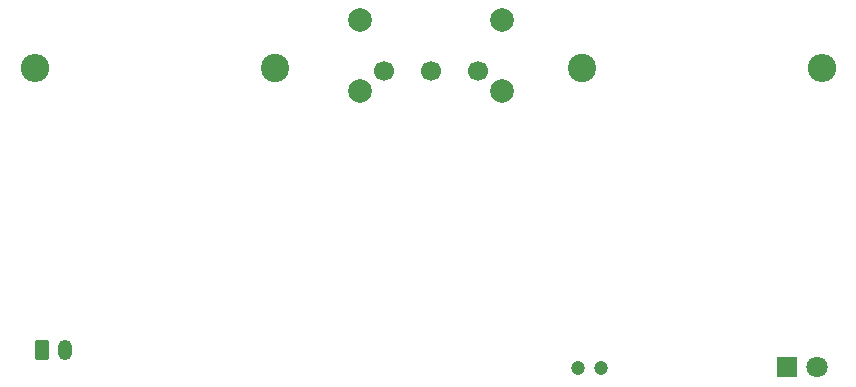
<source format=gbr>
%TF.GenerationSoftware,KiCad,Pcbnew,(6.0.10-0)*%
%TF.CreationDate,2023-02-14T13:12:26-08:00*%
%TF.ProjectId,lab4,6c616234-2e6b-4696-9361-645f70636258,rev?*%
%TF.SameCoordinates,Original*%
%TF.FileFunction,Copper,L2,Bot*%
%TF.FilePolarity,Positive*%
%FSLAX46Y46*%
G04 Gerber Fmt 4.6, Leading zero omitted, Abs format (unit mm)*
G04 Created by KiCad (PCBNEW (6.0.10-0)) date 2023-02-14 13:12:26*
%MOMM*%
%LPD*%
G01*
G04 APERTURE LIST*
G04 Aperture macros list*
%AMRoundRect*
0 Rectangle with rounded corners*
0 $1 Rounding radius*
0 $2 $3 $4 $5 $6 $7 $8 $9 X,Y pos of 4 corners*
0 Add a 4 corners polygon primitive as box body*
4,1,4,$2,$3,$4,$5,$6,$7,$8,$9,$2,$3,0*
0 Add four circle primitives for the rounded corners*
1,1,$1+$1,$2,$3*
1,1,$1+$1,$4,$5*
1,1,$1+$1,$6,$7*
1,1,$1+$1,$8,$9*
0 Add four rect primitives between the rounded corners*
20,1,$1+$1,$2,$3,$4,$5,0*
20,1,$1+$1,$4,$5,$6,$7,0*
20,1,$1+$1,$6,$7,$8,$9,0*
20,1,$1+$1,$8,$9,$2,$3,0*%
G04 Aperture macros list end*
%TA.AperFunction,ComponentPad*%
%ADD10C,2.000000*%
%TD*%
%TA.AperFunction,ComponentPad*%
%ADD11C,1.700000*%
%TD*%
%TA.AperFunction,ComponentPad*%
%ADD12C,1.200000*%
%TD*%
%TA.AperFunction,ComponentPad*%
%ADD13C,2.400000*%
%TD*%
%TA.AperFunction,ComponentPad*%
%ADD14O,2.400000X2.400000*%
%TD*%
%TA.AperFunction,ComponentPad*%
%ADD15RoundRect,0.250000X-0.350000X-0.625000X0.350000X-0.625000X0.350000X0.625000X-0.350000X0.625000X0*%
%TD*%
%TA.AperFunction,ComponentPad*%
%ADD16O,1.200000X1.750000*%
%TD*%
%TA.AperFunction,ComponentPad*%
%ADD17R,1.800000X1.800000*%
%TD*%
%TA.AperFunction,ComponentPad*%
%ADD18C,1.800000*%
%TD*%
G04 APERTURE END LIST*
D10*
%TO.P,SW1,*%
%TO.N,*%
X150737500Y-73122500D03*
X138737500Y-67122500D03*
X150737500Y-67122500D03*
X138737500Y-73122500D03*
D11*
%TO.P,SW1,1,A*%
%TO.N,unconnected-(SW1-Pad1)*%
X148737500Y-71372500D03*
%TO.P,SW1,2,B*%
%TO.N,Net-(R2-Pad1)*%
X144737500Y-71372500D03*
%TO.P,SW1,3,C*%
%TO.N,Net-(C1-Pad1)*%
X140737500Y-71372500D03*
%TD*%
D12*
%TO.P,C1,1*%
%TO.N,Net-(C1-Pad1)*%
X157140000Y-96520000D03*
%TO.P,C1,2*%
%TO.N,Net-(C1-Pad2)*%
X159140000Y-96520000D03*
%TD*%
D13*
%TO.P,R1,1*%
%TO.N,Net-(C1-Pad1)*%
X157480000Y-71120000D03*
D14*
%TO.P,R1,2*%
%TO.N,Net-(D1-Pad2)*%
X177800000Y-71120000D03*
%TD*%
D15*
%TO.P,V1,1,Pin_1*%
%TO.N,Net-(R2-Pad2)*%
X111760000Y-95040000D03*
D16*
%TO.P,V1,2,Pin_2*%
%TO.N,Net-(C1-Pad2)*%
X113760000Y-95040000D03*
%TD*%
D17*
%TO.P,D1,1,K*%
%TO.N,Net-(C1-Pad2)*%
X174900000Y-96480000D03*
D18*
%TO.P,D1,2,A*%
%TO.N,Net-(D1-Pad2)*%
X177440000Y-96480000D03*
%TD*%
D13*
%TO.P,R2,1*%
%TO.N,Net-(R2-Pad1)*%
X131480000Y-71160000D03*
D14*
%TO.P,R2,2*%
%TO.N,Net-(R2-Pad2)*%
X111160000Y-71160000D03*
%TD*%
M02*

</source>
